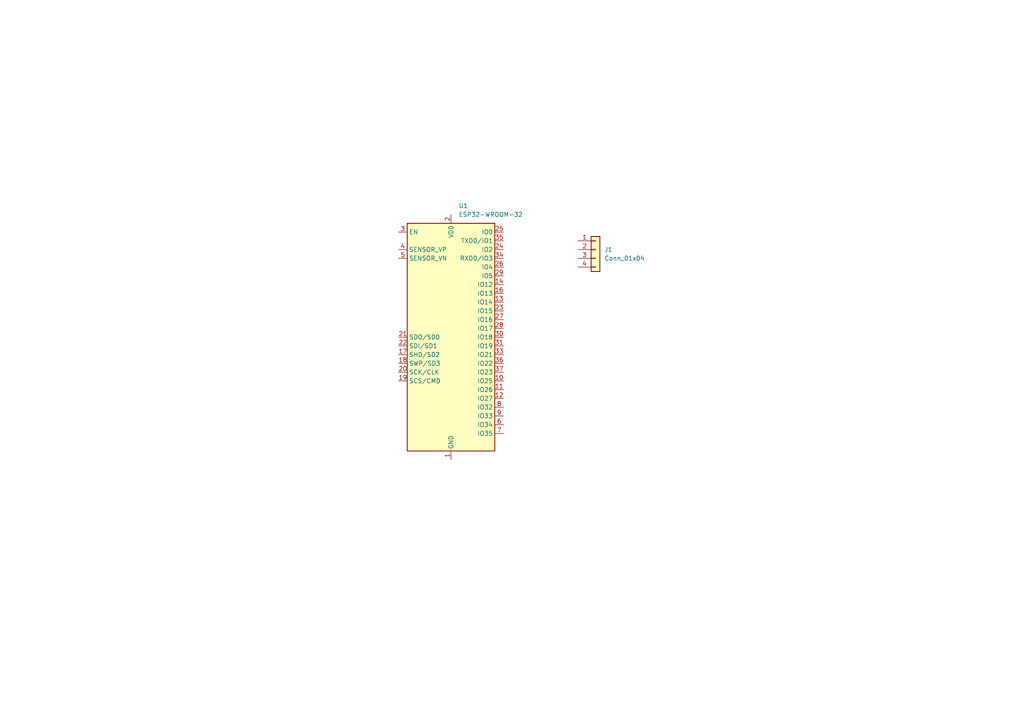
<source format=kicad_sch>
(kicad_sch (version 20231120) (generator "eeschema") (generator_version "8.0")
  (paper "A4")
  (lib_symbols
    (symbol "Connector_Generic:Conn_01x04" (pin_names (offset 1.016) hide)
      (property "Reference" "J" (at 0 5.08 0))
      (property "Value" "Conn_01x04" (at 0 -7.62 0))
      (symbol "Conn_01x04_1_1"
        (rectangle (start -1.27 -4.953) (end 0 -5.207) (stroke (width 0.1524)))
        (rectangle (start -1.27 -2.413) (end 0 -2.667) (stroke (width 0.1524)))
        (rectangle (start -1.27 0.127) (end 0 -0.127) (stroke (width 0.1524)))
        (rectangle (start -1.27 2.667) (end 0 2.413) (stroke (width 0.1524)))
        (rectangle (start -1.27 3.81) (end 1.27 -6.35) (stroke (width 0.254)) (fill (type background)))
        (pin passive line (at -5.08 2.54 0) (length 3.81) (name "Pin_1") (number "1"))
        (pin passive line (at -5.08 0 0) (length 3.81) (name "Pin_2") (number "2"))
        (pin passive line (at -5.08 -2.54 0) (length 3.81) (name "Pin_3") (number "3"))
        (pin passive line (at -5.08 -5.08 0) (length 3.81) (name "Pin_4") (number "4"))
      )
    )
    (symbol "RF_Module:ESP32-WROOM-32"
      (property "Reference" "U" (at -12.7 34.29 0))
      (property "Value" "ESP32-WROOM-32" (at 1.27 34.29 0))
      (symbol "ESP32-WROOM-32_0_1"
        (rectangle (start -12.7 33.02) (end 12.7 -33.02) (stroke (width 0.254)) (fill (type background)))
      )
      (symbol "ESP32-WROOM-32_1_1"
        (pin power_in line (at 0 -35.56 90) (length 2.54) (name "GND") (number "1"))
        (pin bidirectional line (at 15.24 -12.7 180) (length 2.54) (name "IO25") (number "10"))
        (pin bidirectional line (at 15.24 -15.24 180) (length 2.54) (name "IO26") (number "11"))
        (pin bidirectional line (at 15.24 -17.78 180) (length 2.54) (name "IO27") (number "12"))
        (pin bidirectional line (at 15.24 10.16 180) (length 2.54) (name "IO14") (number "13"))
        (pin bidirectional line (at 15.24 15.24 180) (length 2.54) (name "IO12") (number "14"))
        (pin passive line (at 0 -35.56 90) (length 2.54) hide (name "GND") (number "15"))
        (pin bidirectional line (at 15.24 12.7 180) (length 2.54) (name "IO13") (number "16"))
        (pin bidirectional line (at -15.24 -5.08 0) (length 2.54) (name "SHD/SD2") (number "17"))
        (pin bidirectional line (at -15.24 -7.62 0) (length 2.54) (name "SWP/SD3") (number "18"))
        (pin bidirectional line (at -15.24 -12.7 0) (length 2.54) (name "SCS/CMD") (number "19"))
        (pin power_in line (at 0 35.56 270) (length 2.54) (name "VDD") (number "2"))
        (pin bidirectional line (at -15.24 -10.16 0) (length 2.54) (name "SCK/CLK") (number "20"))
        (pin bidirectional line (at -15.24 0 0) (length 2.54) (name "SDO/SD0") (number "21"))
        (pin bidirectional line (at -15.24 -2.54 0) (length 2.54) (name "SDI/SD1") (number "22"))
        (pin bidirectional line (at 15.24 7.62 180) (length 2.54) (name "IO15") (number "23"))
        (pin bidirectional line (at 15.24 25.4 180) (length 2.54) (name "IO2") (number "24"))
        (pin bidirectional line (at 15.24 30.48 180) (length 2.54) (name "IO0") (number "25"))
        (pin bidirectional line (at 15.24 20.32 180) (length 2.54) (name "IO4") (number "26"))
        (pin bidirectional line (at 15.24 5.08 180) (length 2.54) (name "IO16") (number "27"))
        (pin bidirectional line (at 15.24 2.54 180) (length 2.54) (name "IO17") (number "28"))
        (pin bidirectional line (at 15.24 17.78 180) (length 2.54) (name "IO5") (number "29"))
        (pin input line (at -15.24 30.48 0) (length 2.54) (name "EN") (number "3"))
        (pin bidirectional line (at 15.24 0 180) (length 2.54) (name "IO18") (number "30"))
        (pin bidirectional line (at 15.24 -2.54 180) (length 2.54) (name "IO19") (number "31"))
        (pin no_connect line (at -12.7 -27.94 0) (length 2.54) hide (name "NC") (number "32"))
        (pin bidirectional line (at 15.24 -5.08 180) (length 2.54) (name "IO21") (number "33"))
        (pin bidirectional line (at 15.24 22.86 180) (length 2.54) (name "RXD0/IO3") (number "34"))
        (pin bidirectional line (at 15.24 27.94 180) (length 2.54) (name "TXD0/IO1") (number "35"))
        (pin bidirectional line (at 15.24 -7.62 180) (length 2.54) (name "IO22") (number "36"))
        (pin bidirectional line (at 15.24 -10.16 180) (length 2.54) (name "IO23") (number "37"))
        (pin passive line (at 0 -35.56 90) (length 2.54) hide (name "GND") (number "38"))
        (pin passive line (at 0 -35.56 90) (length 2.54) hide (name "GND") (number "39"))
        (pin input line (at -15.24 25.4 0) (length 2.54) (name "SENSOR_VP") (number "4"))
        (pin input line (at -15.24 22.86 0) (length 2.54) (name "SENSOR_VN") (number "5"))
        (pin input line (at 15.24 -25.4 180) (length 2.54) (name "IO34") (number "6"))
        (pin input line (at 15.24 -27.94 180) (length 2.54) (name "IO35") (number "7"))
        (pin bidirectional line (at 15.24 -20.32 180) (length 2.54) (name "IO32") (number "8"))
        (pin bidirectional line (at 15.24 -22.86 180) (length 2.54) (name "IO33") (number "9"))
      )
    )
  )
  (symbol (lib_id "Connector_Generic:Conn_01x04") (at 172.72 72.39 0) (unit 1)
    (property "Reference" "J1" (at 175.26 72.3899 0) (effects (justify left)))
    (property "Value" "Conn_01x04" (at 175.26 74.9299 0) (effects (justify left)))
    (property "Description" "Generic connector, single row, 01x04, script generated (kicad-library-utils/schlib/autogen/connector/)" (effects (hide yes)))
  )
  (symbol (lib_id "RF_Module:ESP32-WROOM-32") (at 130.81 97.79 0) (unit 1)
    (property "Reference" "U1" (at 133.0041 59.69 0) (effects (justify left)))
    (property "Value" "ESP32-WROOM-32" (at 133.0041 62.23 0) (effects (justify left)))
    (property "Footprint" "RF_Module:ESP32-WROOM-32" (effects (hide yes)))
    (property "Datasheet" "https://www.espressif.com/sites/default/files/documentation/esp32-wroom-32_datasheet_en.pdf" (effects (hide yes)))
    (property "Description" "RF Module, ESP32-D0WDQ6 SoC, Wi-Fi 802.11b/g/n, Bluetooth, BLE, 32-bit, 2.7-3.6V, onboard antenna, SMD" (effects (hide yes)))
  )
)
</source>
